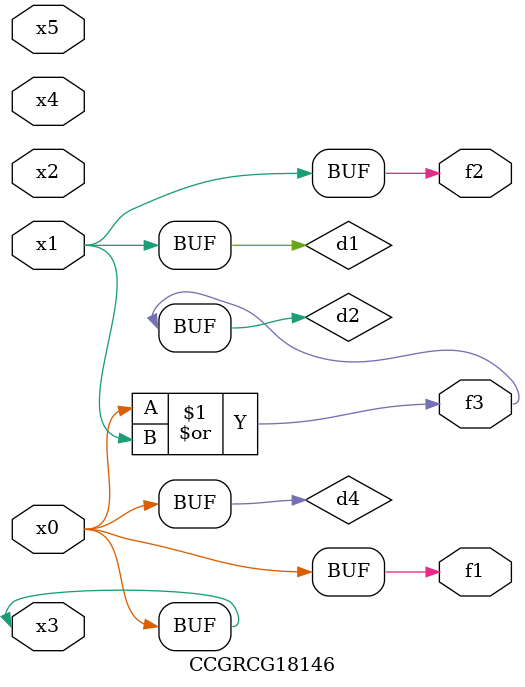
<source format=v>
module CCGRCG18146(
	input x0, x1, x2, x3, x4, x5,
	output f1, f2, f3
);

	wire d1, d2, d3, d4;

	and (d1, x1);
	or (d2, x0, x1);
	nand (d3, x0, x5);
	buf (d4, x0, x3);
	assign f1 = d4;
	assign f2 = d1;
	assign f3 = d2;
endmodule

</source>
